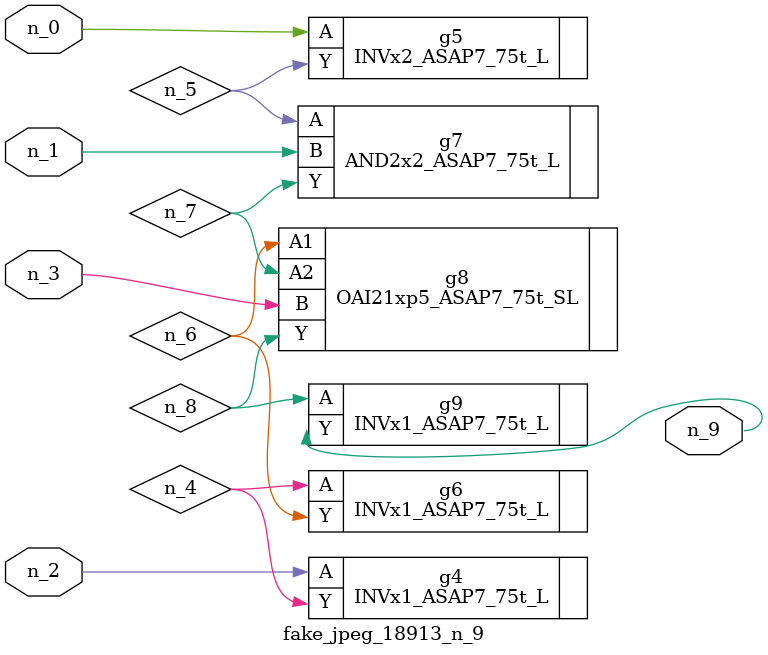
<source format=v>
module fake_jpeg_18913_n_9 (n_0, n_3, n_2, n_1, n_9);

input n_0;
input n_3;
input n_2;
input n_1;

output n_9;

wire n_4;
wire n_8;
wire n_6;
wire n_5;
wire n_7;

INVx1_ASAP7_75t_L g4 ( 
.A(n_2),
.Y(n_4)
);

INVx2_ASAP7_75t_L g5 ( 
.A(n_0),
.Y(n_5)
);

INVx1_ASAP7_75t_L g6 ( 
.A(n_4),
.Y(n_6)
);

OAI21xp5_ASAP7_75t_SL g8 ( 
.A1(n_6),
.A2(n_7),
.B(n_3),
.Y(n_8)
);

AND2x2_ASAP7_75t_L g7 ( 
.A(n_5),
.B(n_1),
.Y(n_7)
);

INVx1_ASAP7_75t_L g9 ( 
.A(n_8),
.Y(n_9)
);


endmodule
</source>
